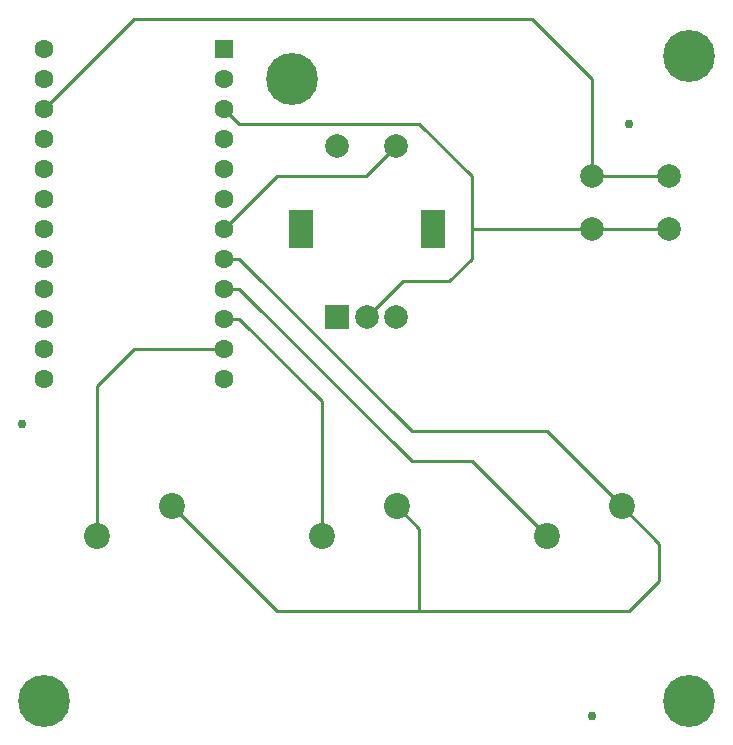
<source format=gtl>
%TF.GenerationSoftware,KiCad,Pcbnew,(5.1.6)-1*%
%TF.CreationDate,2020-08-03T19:17:52-07:00*%
%TF.ProjectId,music controller,6d757369-6320-4636-9f6e-74726f6c6c65,rev?*%
%TF.SameCoordinates,Original*%
%TF.FileFunction,Copper,L1,Top*%
%TF.FilePolarity,Positive*%
%FSLAX46Y46*%
G04 Gerber Fmt 4.6, Leading zero omitted, Abs format (unit mm)*
G04 Created by KiCad (PCBNEW (5.1.6)-1) date 2020-08-03 19:17:52*
%MOMM*%
%LPD*%
G01*
G04 APERTURE LIST*
%TA.AperFunction,SMDPad,CuDef*%
%ADD10C,0.750000*%
%TD*%
%TA.AperFunction,ComponentPad*%
%ADD11C,1.600000*%
%TD*%
%TA.AperFunction,ComponentPad*%
%ADD12R,1.600000X1.600000*%
%TD*%
%TA.AperFunction,ComponentPad*%
%ADD13C,4.400000*%
%TD*%
%TA.AperFunction,ComponentPad*%
%ADD14C,2.200000*%
%TD*%
%TA.AperFunction,ComponentPad*%
%ADD15C,2.000000*%
%TD*%
%TA.AperFunction,ComponentPad*%
%ADD16R,2.000000X3.200000*%
%TD*%
%TA.AperFunction,ComponentPad*%
%ADD17R,2.000000X2.000000*%
%TD*%
%TA.AperFunction,Conductor*%
%ADD18C,0.250000*%
%TD*%
G04 APERTURE END LIST*
D10*
%TO.P,,*%
%TO.N,*%
X85090000Y-99060000D03*
%TD*%
%TO.P,,*%
%TO.N,*%
X133350000Y-123825000D03*
%TD*%
%TO.P,,*%
%TO.N,*%
X136525000Y-73660000D03*
%TD*%
D11*
%TO.P,U1,24*%
%TO.N,Net-(U1-Pad24)*%
X86995000Y-67310000D03*
%TO.P,U1,23*%
%TO.N,Net-(U1-Pad23)*%
X86995000Y-69850000D03*
%TO.P,U1,22*%
%TO.N,Net-(SW2-Pad2)*%
X86995000Y-72390000D03*
%TO.P,U1,21*%
%TO.N,Net-(U1-Pad21)*%
X86995000Y-74930000D03*
%TO.P,U1,20*%
%TO.N,Net-(U1-Pad20)*%
X86995000Y-77470000D03*
%TO.P,U1,19*%
%TO.N,Net-(U1-Pad19)*%
X86995000Y-80010000D03*
%TO.P,U1,18*%
%TO.N,Net-(U1-Pad18)*%
X86995000Y-82550000D03*
%TO.P,U1,17*%
%TO.N,Net-(U1-Pad17)*%
X86995000Y-85090000D03*
%TO.P,U1,16*%
%TO.N,Net-(U1-Pad16)*%
X86995000Y-87630000D03*
%TO.P,U1,15*%
%TO.N,Net-(U1-Pad15)*%
X86995000Y-90170000D03*
%TO.P,U1,14*%
%TO.N,Enc1*%
X86995000Y-92710000D03*
%TO.P,U1,13*%
%TO.N,Enc2*%
X86995000Y-95250000D03*
%TO.P,U1,12*%
%TO.N,Net-(U1-Pad12)*%
X102235000Y-95250000D03*
%TO.P,U1,11*%
%TO.N,Col1*%
X102235000Y-92710000D03*
%TO.P,U1,10*%
%TO.N,Col2*%
X102235000Y-90170000D03*
%TO.P,U1,9*%
%TO.N,Col3*%
X102235000Y-87630000D03*
%TO.P,U1,8*%
%TO.N,Row2*%
X102235000Y-85090000D03*
%TO.P,U1,7*%
%TO.N,Row1*%
X102235000Y-82550000D03*
%TO.P,U1,6*%
%TO.N,Net-(U1-Pad6)*%
X102235000Y-80010000D03*
%TO.P,U1,5*%
%TO.N,Net-(U1-Pad5)*%
X102235000Y-77470000D03*
%TO.P,U1,4*%
%TO.N,Net-(U1-Pad4)*%
X102235000Y-74930000D03*
%TO.P,U1,3*%
%TO.N,Gnd*%
X102235000Y-72390000D03*
%TO.P,U1,2*%
%TO.N,Net-(U1-Pad2)*%
X102235000Y-69850000D03*
D12*
%TO.P,U1,1*%
%TO.N,Net-(U1-Pad1)*%
X102235000Y-67310000D03*
%TD*%
D13*
%TO.P,,1*%
%TO.N,N/C*%
X107950000Y-69850000D03*
%TD*%
%TO.P,,1*%
%TO.N,N/C*%
X141605000Y-67945000D03*
%TD*%
%TO.P,,1*%
%TO.N,N/C*%
X141605000Y-122555000D03*
%TD*%
%TO.P,,1*%
%TO.N,N/C*%
X86995000Y-122555000D03*
%TD*%
D14*
%TO.P,SW4,2*%
%TO.N,Col2*%
X110490000Y-108585000D03*
%TO.P,SW4,1*%
%TO.N,Row2*%
X116840000Y-106045000D03*
%TD*%
D15*
%TO.P,SW1,S1*%
%TO.N,Row1*%
X116800000Y-75550000D03*
%TO.P,SW1,S2*%
%TO.N,Col2*%
X111800000Y-75550000D03*
D16*
%TO.P,SW1,MP*%
%TO.N,N/C*%
X119900000Y-82550000D03*
X108700000Y-82550000D03*
D15*
%TO.P,SW1,B*%
%TO.N,Enc2*%
X116800000Y-90050000D03*
%TO.P,SW1,C*%
%TO.N,Gnd*%
X114300000Y-90050000D03*
D17*
%TO.P,SW1,A*%
%TO.N,Enc1*%
X111800000Y-90050000D03*
%TD*%
D14*
%TO.P,SW5,2*%
%TO.N,Col3*%
X129540000Y-108585000D03*
%TO.P,SW5,1*%
%TO.N,Row2*%
X135890000Y-106045000D03*
%TD*%
%TO.P,SW3,2*%
%TO.N,Col1*%
X91440000Y-108585000D03*
%TO.P,SW3,1*%
%TO.N,Row2*%
X97790000Y-106045000D03*
%TD*%
D15*
%TO.P,SW2,1*%
%TO.N,Gnd*%
X139850000Y-82550000D03*
%TO.P,SW2,2*%
%TO.N,Net-(SW2-Pad2)*%
X139850000Y-78050000D03*
%TO.P,SW2,1*%
%TO.N,Gnd*%
X133350000Y-82550000D03*
%TO.P,SW2,2*%
%TO.N,Net-(SW2-Pad2)*%
X133350000Y-78050000D03*
%TD*%
D18*
%TO.N,Gnd*%
X123190000Y-85090000D02*
X121285000Y-86995000D01*
X117355000Y-86995000D02*
X114300000Y-90050000D01*
X121285000Y-86995000D02*
X117355000Y-86995000D01*
X102235000Y-72390000D02*
X103505000Y-73660000D01*
X118745000Y-73660000D02*
X123190000Y-78105000D01*
X103505000Y-73660000D02*
X118745000Y-73660000D01*
X133350000Y-82550000D02*
X139850000Y-82550000D01*
X133350000Y-82550000D02*
X123190000Y-82550000D01*
X123190000Y-78105000D02*
X123190000Y-82550000D01*
X123190000Y-82550000D02*
X123190000Y-85090000D01*
%TO.N,Col2*%
X102235000Y-90170000D02*
X103505000Y-90170000D01*
X103505000Y-90170000D02*
X110490000Y-97155000D01*
X110490000Y-97155000D02*
X110490000Y-108585000D01*
%TO.N,Row1*%
X116800000Y-75550000D02*
X114245000Y-78105000D01*
X106680000Y-78105000D02*
X102235000Y-82550000D01*
X114245000Y-78105000D02*
X106680000Y-78105000D01*
%TO.N,Net-(SW2-Pad2)*%
X128270000Y-64770000D02*
X133350000Y-69850000D01*
X133350000Y-69850000D02*
X133350000Y-78050000D01*
X133350000Y-78050000D02*
X139850000Y-78050000D01*
X86995000Y-72390000D02*
X94615000Y-64770000D01*
X94615000Y-64770000D02*
X128270000Y-64770000D01*
%TO.N,Col1*%
X102235000Y-92710000D02*
X94615000Y-92710000D01*
X94615000Y-92710000D02*
X91440000Y-95885000D01*
X91440000Y-95885000D02*
X91440000Y-108585000D01*
%TO.N,Row2*%
X135890000Y-106045000D02*
X139065000Y-109220000D01*
X139065000Y-109220000D02*
X139065000Y-112395000D01*
X139065000Y-112395000D02*
X136525000Y-114935000D01*
X116840000Y-106045000D02*
X118745000Y-107950000D01*
X118745000Y-107950000D02*
X118745000Y-114935000D01*
X129540000Y-99695000D02*
X135890000Y-106045000D01*
X102235000Y-85090000D02*
X103505000Y-85090000D01*
X118110000Y-99695000D02*
X129540000Y-99695000D01*
X103505000Y-85090000D02*
X118110000Y-99695000D01*
X97790000Y-106045000D02*
X106680000Y-114935000D01*
X136525000Y-114935000D02*
X106680000Y-114935000D01*
%TO.N,Col3*%
X123190000Y-102235000D02*
X129540000Y-108585000D01*
X102235000Y-87630000D02*
X103505000Y-87630000D01*
X103505000Y-87630000D02*
X118110000Y-102235000D01*
X118110000Y-102235000D02*
X123190000Y-102235000D01*
%TD*%
M02*

</source>
